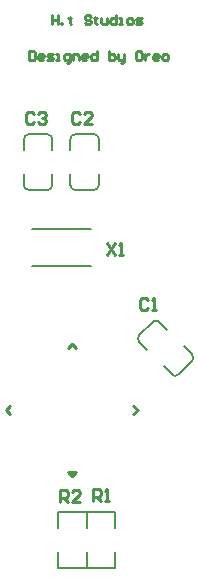
<source format=gto>
G04*
G04 #@! TF.GenerationSoftware,Altium Limited,Altium Designer,18.1.8 (232)*
G04*
G04 Layer_Color=65535*
%FSLAX25Y25*%
%MOIN*%
G70*
G01*
G75*
%ADD10C,0.00787*%
%ADD11C,0.01000*%
%ADD12C,0.00500*%
D10*
X424783Y237671D02*
G03*
X424783Y239898I-1114J1114D01*
G01*
X418102Y233217D02*
G03*
X420329Y233217I1114J1114D01*
G01*
X407217Y246329D02*
G03*
X407217Y244102I1114J-1114D01*
G01*
X413898Y250783D02*
G03*
X411671Y250783I-1114J-1114D01*
G01*
X376677Y294728D02*
G03*
X378252Y296303I0J1575D01*
G01*
X368803D02*
G03*
X370378Y294728I1575J0D01*
G01*
Y313272D02*
G03*
X368803Y311697I0J-1575D01*
G01*
X378252D02*
G03*
X376677Y313272I-1575J0D01*
G01*
X392177Y294728D02*
G03*
X393752Y296303I0J1575D01*
G01*
X384303D02*
G03*
X385878Y294728I1575J0D01*
G01*
Y313272D02*
G03*
X384303Y311697I0J-1575D01*
G01*
X393752D02*
G03*
X392177Y313272I-1575J0D01*
G01*
X399132Y168728D02*
Y174063D01*
X389683Y168728D02*
Y174063D01*
Y181937D02*
Y187272D01*
X399132D01*
X389683Y168728D02*
X399132D01*
Y181937D02*
Y187272D01*
X389659Y181937D02*
Y187272D01*
X380210Y168728D02*
X389659D01*
X380210Y187272D02*
X389659D01*
X380210Y181937D02*
Y187272D01*
Y168728D02*
Y174063D01*
X389659Y168728D02*
Y174063D01*
X407217Y244102D02*
X409875Y241443D01*
X415443Y235876D02*
X418102Y233217D01*
X422124Y242557D02*
X424783Y239898D01*
X413898Y250783D02*
X416557Y248125D01*
X420329Y233217D02*
X424783Y237671D01*
X407217Y246329D02*
X411671Y250783D01*
X368803Y307937D02*
Y311697D01*
Y296303D02*
Y300063D01*
X378252Y296303D02*
Y300063D01*
Y307937D02*
Y311697D01*
X370378Y294728D02*
X376677D01*
X370378Y313272D02*
X376677D01*
X384303Y307937D02*
Y311697D01*
Y296303D02*
Y300063D01*
X393752Y296303D02*
Y300063D01*
Y307937D02*
Y311697D01*
X385878Y294728D02*
X392177D01*
X385878Y313272D02*
X392177D01*
D11*
X383399Y200860D02*
X386227D01*
X362893Y221366D02*
X364307Y219952D01*
X362893Y221366D02*
X364307Y222780D01*
X383399Y241872D02*
X384813Y243287D01*
X386227Y241872D01*
X405319Y222780D02*
X406733Y221366D01*
X405319Y219952D02*
X406733Y221366D01*
X383399Y200860D02*
X384813Y199446D01*
X386227Y200860D01*
X391967Y191000D02*
Y194999D01*
X393967D01*
X394633Y194332D01*
Y192999D01*
X393967Y192333D01*
X391967D01*
X393300D02*
X394633Y191000D01*
X395966D02*
X397299D01*
X396632D01*
Y194999D01*
X395966Y194332D01*
X378000Y352999D02*
Y350000D01*
Y351500D01*
X379999D01*
Y352999D01*
Y350000D01*
X380999D02*
Y350500D01*
X381499D01*
Y350000D01*
X380999D01*
X383998Y352499D02*
Y351999D01*
X383498D01*
X384498D01*
X383998D01*
Y350500D01*
X384498Y350000D01*
X390996Y352499D02*
X390496Y352999D01*
X389496D01*
X388996Y352499D01*
Y351999D01*
X389496Y351500D01*
X390496D01*
X390996Y351000D01*
Y350500D01*
X390496Y350000D01*
X389496D01*
X388996Y350500D01*
X392495Y352499D02*
Y351999D01*
X391996D01*
X392995D01*
X392495D01*
Y350500D01*
X392995Y350000D01*
X394495Y351999D02*
Y350500D01*
X394994Y350000D01*
X396494D01*
Y351999D01*
X399493Y352999D02*
Y350000D01*
X397993D01*
X397494Y350500D01*
Y351500D01*
X397993Y351999D01*
X399493D01*
X400493Y350000D02*
X401492D01*
X400993D01*
Y351999D01*
X400493D01*
X403492Y350000D02*
X404491D01*
X404991Y350500D01*
Y351500D01*
X404491Y351999D01*
X403492D01*
X402992Y351500D01*
Y350500D01*
X403492Y350000D01*
X405991D02*
X407490D01*
X407990Y350500D01*
X407490Y351000D01*
X406491D01*
X405991Y351500D01*
X406491Y351999D01*
X407990D01*
X370500Y340999D02*
Y338000D01*
X372000D01*
X372499Y338500D01*
Y340499D01*
X372000Y340999D01*
X370500D01*
X374998Y338000D02*
X373999D01*
X373499Y338500D01*
Y339499D01*
X373999Y339999D01*
X374998D01*
X375498Y339499D01*
Y339000D01*
X373499D01*
X376498Y338000D02*
X377998D01*
X378497Y338500D01*
X377998Y339000D01*
X376998D01*
X376498Y339499D01*
X376998Y339999D01*
X378497D01*
X379497Y338000D02*
X380497D01*
X379997D01*
Y339999D01*
X379497D01*
X382996Y337000D02*
X383496D01*
X383996Y337500D01*
Y339999D01*
X382496D01*
X381996Y339499D01*
Y338500D01*
X382496Y338000D01*
X383996D01*
X384995D02*
Y339999D01*
X386495D01*
X386995Y339499D01*
Y338000D01*
X389494D02*
X388494D01*
X387994Y338500D01*
Y339499D01*
X388494Y339999D01*
X389494D01*
X389994Y339499D01*
Y339000D01*
X387994D01*
X392993Y340999D02*
Y338000D01*
X391493D01*
X390993Y338500D01*
Y339499D01*
X391493Y339999D01*
X392993D01*
X396991Y340999D02*
Y338000D01*
X398491D01*
X398991Y338500D01*
Y339000D01*
Y339499D01*
X398491Y339999D01*
X396991D01*
X399991D02*
Y338500D01*
X400490Y338000D01*
X401990D01*
Y337500D01*
X401490Y337000D01*
X400990D01*
X401990Y338000D02*
Y339999D01*
X407488Y340999D02*
X406488D01*
X405989Y340499D01*
Y338500D01*
X406488Y338000D01*
X407488D01*
X407988Y338500D01*
Y340499D01*
X407488Y340999D01*
X408988Y339999D02*
Y338000D01*
Y339000D01*
X409487Y339499D01*
X409987Y339999D01*
X410487D01*
X413486Y338000D02*
X412486D01*
X411987Y338500D01*
Y339499D01*
X412486Y339999D01*
X413486D01*
X413986Y339499D01*
Y339000D01*
X411987D01*
X415485Y338000D02*
X416485D01*
X416985Y338500D01*
Y339499D01*
X416485Y339999D01*
X415485D01*
X414986Y339499D01*
Y338500D01*
X415485Y338000D01*
X380800Y190700D02*
Y194699D01*
X382799D01*
X383466Y194032D01*
Y192699D01*
X382799Y192033D01*
X380800D01*
X382133D02*
X383466Y190700D01*
X387464D02*
X384799D01*
X387464Y193366D01*
Y194032D01*
X386798Y194699D01*
X385465D01*
X384799Y194032D01*
X396500Y276999D02*
X399166Y273000D01*
Y276999D02*
X396500Y273000D01*
X400499D02*
X401832D01*
X401165D01*
Y276999D01*
X400499Y276332D01*
X372066Y320032D02*
X371399Y320699D01*
X370066D01*
X369400Y320032D01*
Y317366D01*
X370066Y316700D01*
X371399D01*
X372066Y317366D01*
X373399Y320032D02*
X374065Y320699D01*
X375398D01*
X376064Y320032D01*
Y319366D01*
X375398Y318699D01*
X374732D01*
X375398D01*
X376064Y318033D01*
Y317366D01*
X375398Y316700D01*
X374065D01*
X373399Y317366D01*
X387566Y320032D02*
X386899Y320699D01*
X385566D01*
X384900Y320032D01*
Y317366D01*
X385566Y316700D01*
X386899D01*
X387566Y317366D01*
X391564Y316700D02*
X388899D01*
X391564Y319366D01*
Y320032D01*
X390898Y320699D01*
X389565D01*
X388899Y320032D01*
X410066Y257932D02*
X409399Y258599D01*
X408066D01*
X407400Y257932D01*
Y255266D01*
X408066Y254600D01*
X409399D01*
X410066Y255266D01*
X411399Y254600D02*
X412732D01*
X412065D01*
Y258599D01*
X411399Y257932D01*
D12*
X371487Y269437D02*
X391267D01*
X371487Y281563D02*
X391267D01*
M02*

</source>
